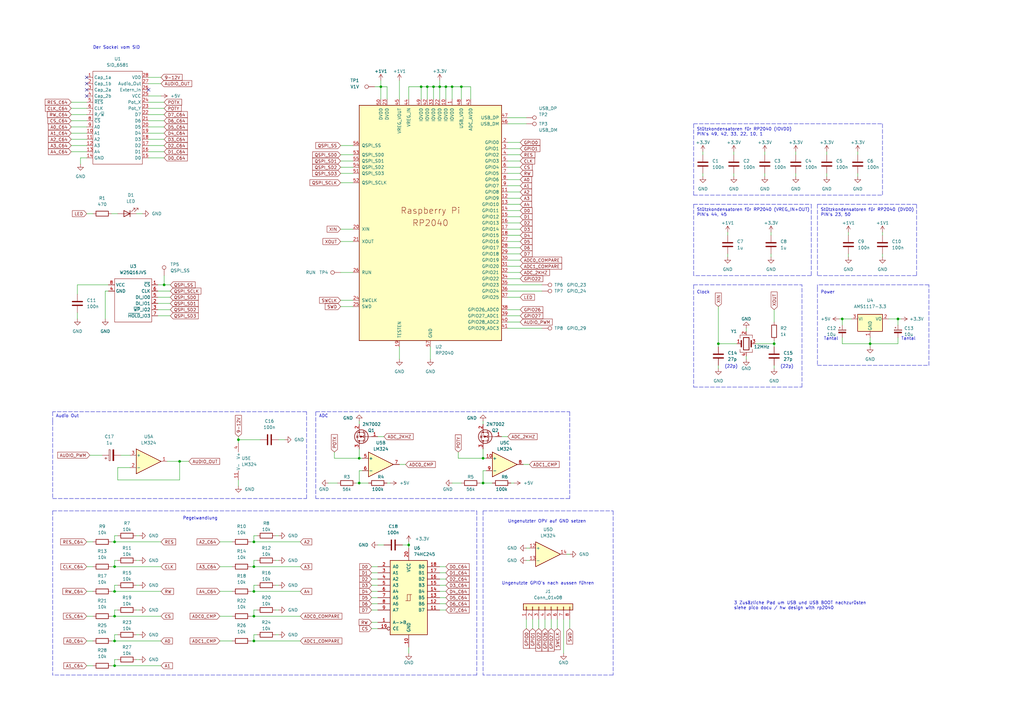
<source format=kicad_sch>
(kicad_sch (version 20211123) (generator eeschema)
  (paper "A3")
  (title_block (title "ThePicoSID") (date "2024-02-20") (rev "2.0") (company "Thorsten Kattanek"))
  (junction (at 198.12 198.12))
  (junction (at 46.99 232.41))
  (junction (at 104.14 252.73))
  (junction (at 97.79 180.34))
  (junction (at 345.44 130.81))
  (junction (at 177.8 35.56))
  (junction (at 46.99 222.25))
  (junction (at 294.64 140.97))
  (junction (at 175.26 35.56))
  (junction (at 67.31 116.84))
  (junction (at 46.99 273.05))
  (junction (at 46.99 252.73))
  (junction (at 156.21 35.56))
  (junction (at 73.66 189.23))
  (junction (at 104.14 242.57))
  (junction (at 104.14 222.25))
  (junction (at 147.32 187.96))
  (junction (at 198.12 187.96))
  (junction (at 104.14 232.41))
  (junction (at 185.42 35.56))
  (junction (at 317.5 140.97))
  (junction (at 46.99 242.57))
  (junction (at 180.34 35.56))
  (junction (at 182.88 35.56))
  (junction (at 46.99 262.89))
  (junction (at 368.3 130.81))
  (junction (at 167.64 223.52))
  (junction (at 104.14 262.89))
  (junction (at 189.23 35.56))
  (junction (at 356.87 140.97))
  (junction (at 147.32 198.12))
  (junction (at 172.72 35.56))
  (no_connect (at 35.56 34.29))
  (no_connect (at 60.96 36.83))
  (no_connect (at 35.56 36.83))
  (no_connect (at 35.56 39.37))
  (no_connect (at 35.56 31.75))
  (wire (pts (xy 208.28 71.12) (xy 213.36 71.12)))
  (wire (pts (xy 361.95 95.25) (xy 361.95 96.52)))
  (wire (pts (xy 208.28 106.68) (xy 213.36 106.68)))
  (polyline (pts (xy 328.93 158.75) (xy 328.93 116.84)))
  (polyline (pts (xy 125.73 204.47) (xy 125.73 168.91)))
  (wire (pts (xy 317.5 140.97) (xy 317.5 139.7)))
  (polyline (pts (xy 284.48 50.8) (xy 361.95 50.8)))
  (wire (pts (xy 208.28 58.42) (xy 213.36 58.42)))
  (wire (pts (xy 361.95 104.14) (xy 361.95 105.41)))
  (wire (pts (xy 48.26 260.35) (xy 46.99 260.35)))
  (wire (pts (xy 208.28 132.08) (xy 213.36 132.08)))
  (wire (pts (xy 46.99 270.51) (xy 46.99 273.05)))
  (wire (pts (xy 104.14 250.19) (xy 104.14 252.73)))
  (wire (pts (xy 113.03 240.03) (xy 114.3 240.03)))
  (wire (pts (xy 105.41 219.71) (xy 104.14 219.71)))
  (wire (pts (xy 152.4 255.27) (xy 154.94 255.27)))
  (wire (pts (xy 344.17 130.81) (xy 345.44 130.81)))
  (wire (pts (xy 300.99 71.12) (xy 300.99 72.39)))
  (wire (pts (xy 198.12 193.04) (xy 198.12 198.12)))
  (polyline (pts (xy 284.48 158.75) (xy 328.93 158.75)))
  (wire (pts (xy 208.28 114.3) (xy 213.36 114.3)))
  (wire (pts (xy 104.14 240.03) (xy 104.14 242.57)))
  (wire (pts (xy 48.26 250.19) (xy 46.99 250.19)))
  (wire (pts (xy 180.34 240.03) (xy 182.88 240.03)))
  (wire (pts (xy 36.83 186.69) (xy 41.91 186.69)))
  (wire (pts (xy 306.07 146.05) (xy 306.07 147.32)))
  (wire (pts (xy 45.72 252.73) (xy 46.99 252.73)))
  (polyline (pts (xy 332.74 83.82) (xy 332.74 113.03)))
  (polyline (pts (xy 284.48 116.84) (xy 328.93 116.84)))
  (wire (pts (xy 356.87 140.97) (xy 368.3 140.97)))
  (wire (pts (xy 180.34 247.65) (xy 182.88 247.65)))
  (wire (pts (xy 189.23 35.56) (xy 189.23 40.64)))
  (wire (pts (xy 31.75 128.27) (xy 31.75 130.81)))
  (wire (pts (xy 60.96 54.61) (xy 67.31 54.61)))
  (wire (pts (xy 105.41 250.19) (xy 104.14 250.19)))
  (wire (pts (xy 208.28 109.22) (xy 213.36 109.22)))
  (wire (pts (xy 223.52 254) (xy 223.52 257.81)))
  (wire (pts (xy 60.96 34.29) (xy 66.04 34.29)))
  (polyline (pts (xy 381 149.86) (xy 381 116.84)))
  (wire (pts (xy 208.28 129.54) (xy 213.36 129.54)))
  (wire (pts (xy 48.26 191.77) (xy 53.34 191.77)))
  (polyline (pts (xy 335.28 116.84) (xy 335.28 118.11)))
  (wire (pts (xy 298.45 104.14) (xy 298.45 105.41)))
  (wire (pts (xy 134.62 198.12) (xy 138.43 198.12)))
  (wire (pts (xy 209.55 198.12) (xy 210.82 198.12)))
  (wire (pts (xy 29.21 44.45) (xy 35.56 44.45)))
  (polyline (pts (xy 381 116.84) (xy 335.28 116.84)))
  (wire (pts (xy 208.28 91.44) (xy 213.36 91.44)))
  (wire (pts (xy 231.14 254) (xy 231.14 267.97)))
  (wire (pts (xy 46.99 250.19) (xy 46.99 252.73)))
  (wire (pts (xy 163.83 142.24) (xy 163.83 147.32)))
  (wire (pts (xy 154.94 179.07) (xy 157.48 179.07)))
  (wire (pts (xy 232.41 227.33) (xy 233.68 227.33)))
  (wire (pts (xy 152.4 245.11) (xy 154.94 245.11)))
  (wire (pts (xy 345.44 140.97) (xy 356.87 140.97)))
  (wire (pts (xy 43.18 119.38) (xy 43.18 130.81)))
  (wire (pts (xy 215.9 229.87) (xy 217.17 229.87)))
  (wire (pts (xy 46.99 252.73) (xy 66.04 252.73)))
  (polyline (pts (xy 21.59 172.72) (xy 21.59 204.47)))
  (wire (pts (xy 316.23 95.25) (xy 316.23 96.52)))
  (wire (pts (xy 73.66 189.23) (xy 73.66 196.85)))
  (wire (pts (xy 139.7 125.73) (xy 144.78 125.73)))
  (wire (pts (xy 152.4 257.81) (xy 154.94 257.81)))
  (wire (pts (xy 187.96 187.96) (xy 198.12 187.96)))
  (wire (pts (xy 196.85 198.12) (xy 198.12 198.12)))
  (wire (pts (xy 313.69 71.12) (xy 313.69 72.39)))
  (wire (pts (xy 113.03 260.35) (xy 114.3 260.35)))
  (polyline (pts (xy 233.68 168.91) (xy 233.68 204.47)))
  (wire (pts (xy 45.72 232.41) (xy 46.99 232.41)))
  (wire (pts (xy 35.56 64.77) (xy 33.02 64.77)))
  (wire (pts (xy 73.66 196.85) (xy 48.26 196.85)))
  (wire (pts (xy 165.1 223.52) (xy 167.64 223.52)))
  (wire (pts (xy 48.26 270.51) (xy 46.99 270.51)))
  (wire (pts (xy 67.31 113.03) (xy 67.31 116.84)))
  (wire (pts (xy 45.72 262.89) (xy 46.99 262.89)))
  (wire (pts (xy 68.58 189.23) (xy 73.66 189.23)))
  (wire (pts (xy 48.26 229.87) (xy 46.99 229.87)))
  (wire (pts (xy 104.14 222.25) (xy 123.19 222.25)))
  (wire (pts (xy 90.17 262.89) (xy 95.25 262.89)))
  (wire (pts (xy 29.21 57.15) (xy 35.56 57.15)))
  (polyline (pts (xy 125.73 168.91) (xy 21.59 168.91)))
  (wire (pts (xy 175.26 35.56) (xy 172.72 35.56)))
  (wire (pts (xy 139.7 59.69) (xy 144.78 59.69)))
  (wire (pts (xy 35.56 222.25) (xy 38.1 222.25)))
  (wire (pts (xy 152.4 247.65) (xy 154.94 247.65)))
  (wire (pts (xy 29.21 52.07) (xy 35.56 52.07)))
  (wire (pts (xy 208.28 88.9) (xy 213.36 88.9)))
  (wire (pts (xy 208.28 116.84) (xy 222.25 116.84)))
  (wire (pts (xy 44.45 119.38) (xy 43.18 119.38)))
  (wire (pts (xy 180.34 250.19) (xy 182.88 250.19)))
  (wire (pts (xy 185.42 35.56) (xy 189.23 35.56)))
  (wire (pts (xy 175.26 35.56) (xy 175.26 40.64)))
  (wire (pts (xy 345.44 130.81) (xy 349.25 130.81)))
  (wire (pts (xy 208.28 134.62) (xy 222.25 134.62)))
  (wire (pts (xy 208.28 93.98) (xy 213.36 93.98)))
  (wire (pts (xy 35.56 87.63) (xy 38.1 87.63)))
  (wire (pts (xy 345.44 138.43) (xy 345.44 140.97)))
  (wire (pts (xy 147.32 184.15) (xy 147.32 187.96)))
  (wire (pts (xy 45.72 222.25) (xy 46.99 222.25)))
  (wire (pts (xy 147.32 187.96) (xy 148.59 187.96)))
  (wire (pts (xy 45.72 273.05) (xy 46.99 273.05)))
  (wire (pts (xy 339.09 62.23) (xy 339.09 63.5)))
  (wire (pts (xy 309.88 140.97) (xy 317.5 140.97)))
  (wire (pts (xy 154.94 223.52) (xy 157.48 223.52)))
  (wire (pts (xy 97.79 179.07) (xy 97.79 180.34)))
  (wire (pts (xy 158.75 35.56) (xy 156.21 35.56)))
  (wire (pts (xy 147.32 173.99) (xy 147.32 172.72)))
  (wire (pts (xy 114.3 180.34) (xy 116.84 180.34)))
  (wire (pts (xy 60.96 57.15) (xy 67.31 57.15)))
  (wire (pts (xy 97.79 180.34) (xy 97.79 181.61)))
  (polyline (pts (xy 361.95 50.8) (xy 361.95 80.01)))
  (wire (pts (xy 46.99 273.05) (xy 66.04 273.05)))
  (wire (pts (xy 60.96 41.91) (xy 67.31 41.91)))
  (wire (pts (xy 45.72 242.57) (xy 46.99 242.57)))
  (wire (pts (xy 29.21 62.23) (xy 35.56 62.23)))
  (wire (pts (xy 317.5 140.97) (xy 317.5 142.24)))
  (wire (pts (xy 146.05 198.12) (xy 147.32 198.12)))
  (wire (pts (xy 60.96 49.53) (xy 67.31 49.53)))
  (wire (pts (xy 368.3 130.81) (xy 369.57 130.81)))
  (wire (pts (xy 185.42 40.64) (xy 185.42 35.56)))
  (wire (pts (xy 90.17 252.73) (xy 95.25 252.73)))
  (wire (pts (xy 208.28 50.8) (xy 215.9 50.8)))
  (wire (pts (xy 46.99 242.57) (xy 66.04 242.57)))
  (wire (pts (xy 102.87 262.89) (xy 104.14 262.89)))
  (wire (pts (xy 60.96 64.77) (xy 67.31 64.77)))
  (wire (pts (xy 317.5 149.86) (xy 317.5 151.13)))
  (polyline (pts (xy 251.46 276.86) (xy 198.12 276.86)))
  (wire (pts (xy 218.44 254) (xy 218.44 257.81)))
  (wire (pts (xy 180.34 35.56) (xy 177.8 35.56)))
  (wire (pts (xy 105.41 229.87) (xy 104.14 229.87)))
  (wire (pts (xy 167.64 35.56) (xy 167.64 40.64)))
  (wire (pts (xy 356.87 140.97) (xy 356.87 142.24)))
  (wire (pts (xy 29.21 49.53) (xy 35.56 49.53)))
  (wire (pts (xy 102.87 242.57) (xy 104.14 242.57)))
  (wire (pts (xy 152.4 250.19) (xy 154.94 250.19)))
  (wire (pts (xy 137.16 187.96) (xy 147.32 187.96)))
  (wire (pts (xy 29.21 54.61) (xy 35.56 54.61)))
  (wire (pts (xy 187.96 185.42) (xy 187.96 187.96)))
  (wire (pts (xy 180.34 33.02) (xy 180.34 35.56)))
  (wire (pts (xy 148.59 193.04) (xy 147.32 193.04)))
  (wire (pts (xy 167.64 222.25) (xy 167.64 223.52)))
  (wire (pts (xy 35.56 252.73) (xy 38.1 252.73)))
  (wire (pts (xy 90.17 232.41) (xy 95.25 232.41)))
  (wire (pts (xy 139.7 74.93) (xy 144.78 74.93)))
  (wire (pts (xy 326.39 71.12) (xy 326.39 72.39)))
  (wire (pts (xy 306.07 134.62) (xy 306.07 135.89)))
  (wire (pts (xy 139.7 68.58) (xy 144.78 68.58)))
  (wire (pts (xy 55.88 219.71) (xy 57.15 219.71)))
  (polyline (pts (xy 233.68 204.47) (xy 129.54 204.47)))
  (wire (pts (xy 35.56 242.57) (xy 38.1 242.57)))
  (polyline (pts (xy 284.48 80.01) (xy 361.95 80.01)))
  (wire (pts (xy 137.16 185.42) (xy 137.16 187.96)))
  (wire (pts (xy 49.53 186.69) (xy 53.34 186.69)))
  (polyline (pts (xy 375.92 83.82) (xy 375.92 113.03)))
  (wire (pts (xy 104.14 262.89) (xy 123.19 262.89)))
  (wire (pts (xy 64.77 124.46) (xy 69.85 124.46)))
  (polyline (pts (xy 198.12 209.55) (xy 198.12 276.86)))
  (wire (pts (xy 228.6 254) (xy 228.6 257.81)))
  (wire (pts (xy 294.64 140.97) (xy 302.26 140.97)))
  (wire (pts (xy 317.5 127) (xy 317.5 132.08)))
  (wire (pts (xy 167.64 265.43) (xy 167.64 267.97)))
  (wire (pts (xy 193.04 35.56) (xy 193.04 40.64)))
  (wire (pts (xy 139.7 63.5) (xy 144.78 63.5)))
  (wire (pts (xy 172.72 35.56) (xy 172.72 40.64)))
  (wire (pts (xy 139.7 123.19) (xy 144.78 123.19)))
  (wire (pts (xy 294.64 140.97) (xy 294.64 142.24)))
  (polyline (pts (xy 284.48 83.82) (xy 332.74 83.82)))
  (wire (pts (xy 60.96 44.45) (xy 67.31 44.45)))
  (wire (pts (xy 35.56 232.41) (xy 38.1 232.41)))
  (wire (pts (xy 298.45 95.25) (xy 298.45 96.52)))
  (wire (pts (xy 208.28 76.2) (xy 213.36 76.2)))
  (wire (pts (xy 29.21 59.69) (xy 35.56 59.69)))
  (wire (pts (xy 55.88 229.87) (xy 57.15 229.87)))
  (wire (pts (xy 180.34 35.56) (xy 180.34 40.64)))
  (wire (pts (xy 208.28 78.74) (xy 213.36 78.74)))
  (wire (pts (xy 294.64 125.73) (xy 294.64 140.97)))
  (wire (pts (xy 208.28 127) (xy 213.36 127)))
  (wire (pts (xy 208.28 119.38) (xy 222.25 119.38)))
  (wire (pts (xy 104.14 242.57) (xy 123.19 242.57)))
  (wire (pts (xy 29.21 46.99) (xy 35.56 46.99)))
  (polyline (pts (xy 284.48 116.84) (xy 284.48 158.75)))
  (wire (pts (xy 139.7 93.98) (xy 144.78 93.98)))
  (wire (pts (xy 182.88 35.56) (xy 182.88 40.64)))
  (wire (pts (xy 300.99 62.23) (xy 300.99 63.5)))
  (wire (pts (xy 368.3 130.81) (xy 368.3 133.35)))
  (wire (pts (xy 60.96 59.69) (xy 67.31 59.69)))
  (wire (pts (xy 185.42 35.56) (xy 182.88 35.56)))
  (wire (pts (xy 326.39 62.23) (xy 326.39 63.5)))
  (wire (pts (xy 60.96 62.23) (xy 67.31 62.23)))
  (wire (pts (xy 46.99 219.71) (xy 46.99 222.25)))
  (wire (pts (xy 60.96 52.07) (xy 67.31 52.07)))
  (wire (pts (xy 64.77 119.38) (xy 69.85 119.38)))
  (wire (pts (xy 33.02 64.77) (xy 33.02 67.31)))
  (wire (pts (xy 60.96 31.75) (xy 66.04 31.75)))
  (wire (pts (xy 347.98 104.14) (xy 347.98 105.41)))
  (wire (pts (xy 104.14 219.71) (xy 104.14 222.25)))
  (wire (pts (xy 198.12 187.96) (xy 199.39 187.96)))
  (wire (pts (xy 46.99 229.87) (xy 46.99 232.41)))
  (wire (pts (xy 152.4 234.95) (xy 154.94 234.95)))
  (wire (pts (xy 208.28 81.28) (xy 213.36 81.28)))
  (wire (pts (xy 351.79 71.12) (xy 351.79 72.39)))
  (wire (pts (xy 180.34 232.41) (xy 182.88 232.41)))
  (wire (pts (xy 208.28 60.96) (xy 213.36 60.96)))
  (polyline (pts (xy 21.59 209.55) (xy 195.58 209.55)))
  (wire (pts (xy 152.4 242.57) (xy 154.94 242.57)))
  (wire (pts (xy 104.14 229.87) (xy 104.14 232.41)))
  (wire (pts (xy 46.99 260.35) (xy 46.99 262.89)))
  (wire (pts (xy 153.67 35.56) (xy 156.21 35.56)))
  (wire (pts (xy 102.87 222.25) (xy 104.14 222.25)))
  (wire (pts (xy 351.79 62.23) (xy 351.79 63.5)))
  (polyline (pts (xy 332.74 113.03) (xy 284.48 113.03)))
  (wire (pts (xy 139.7 99.06) (xy 144.78 99.06)))
  (polyline (pts (xy 335.28 149.86) (xy 381 149.86)))
  (wire (pts (xy 339.09 71.12) (xy 339.09 72.39)))
  (polyline (pts (xy 335.28 83.82) (xy 375.92 83.82)))
  (wire (pts (xy 198.12 173.99) (xy 198.12 172.72)))
  (polyline (pts (xy 375.92 113.03) (xy 335.28 113.03)))
  (wire (pts (xy 208.28 96.52) (xy 213.36 96.52)))
  (polyline (pts (xy 21.59 204.47) (xy 125.73 204.47)))
  (wire (pts (xy 208.28 86.36) (xy 213.36 86.36)))
  (wire (pts (xy 208.28 104.14) (xy 213.36 104.14)))
  (wire (pts (xy 55.88 250.19) (xy 57.15 250.19)))
  (wire (pts (xy 208.28 73.66) (xy 213.36 73.66)))
  (wire (pts (xy 139.7 66.04) (xy 144.78 66.04)))
  (wire (pts (xy 156.21 33.02) (xy 156.21 35.56)))
  (polyline (pts (xy 335.28 83.82) (xy 335.28 113.03)))
  (wire (pts (xy 233.68 254) (xy 233.68 257.81)))
  (polyline (pts (xy 129.54 168.91) (xy 129.54 204.47)))
  (wire (pts (xy 46.99 240.03) (xy 46.99 242.57)))
  (wire (pts (xy 208.28 121.92) (xy 213.36 121.92)))
  (wire (pts (xy 199.39 193.04) (xy 198.12 193.04)))
  (wire (pts (xy 176.53 142.24) (xy 176.53 147.32)))
  (polyline (pts (xy 335.28 118.11) (xy 335.28 149.86)))
  (wire (pts (xy 208.28 48.26) (xy 215.9 48.26)))
  (wire (pts (xy 364.49 130.81) (xy 368.3 130.81)))
  (wire (pts (xy 113.03 219.71) (xy 114.3 219.71)))
  (wire (pts (xy 163.83 33.02) (xy 163.83 40.64)))
  (wire (pts (xy 113.03 229.87) (xy 114.3 229.87)))
  (wire (pts (xy 198.12 198.12) (xy 201.93 198.12)))
  (wire (pts (xy 90.17 242.57) (xy 95.25 242.57)))
  (polyline (pts (xy 284.48 80.01) (xy 284.48 50.8)))
  (wire (pts (xy 139.7 111.76) (xy 144.78 111.76)))
  (wire (pts (xy 64.77 127) (xy 69.85 127)))
  (wire (pts (xy 147.32 193.04) (xy 147.32 198.12)))
  (polyline (pts (xy 284.48 83.82) (xy 284.48 113.03)))
  (polyline (pts (xy 251.46 209.55) (xy 251.46 276.86)))
  (wire (pts (xy 180.34 234.95) (xy 182.88 234.95)))
  (wire (pts (xy 152.4 232.41) (xy 154.94 232.41)))
  (wire (pts (xy 73.66 189.23) (xy 77.47 189.23)))
  (wire (pts (xy 368.3 140.97) (xy 368.3 138.43)))
  (wire (pts (xy 215.9 254) (xy 215.9 257.81)))
  (wire (pts (xy 345.44 130.81) (xy 345.44 133.35)))
  (wire (pts (xy 102.87 232.41) (xy 104.14 232.41)))
  (wire (pts (xy 226.06 254) (xy 226.06 257.81)))
  (wire (pts (xy 102.87 252.73) (xy 104.14 252.73)))
  (wire (pts (xy 48.26 196.85) (xy 48.26 191.77)))
  (wire (pts (xy 215.9 224.79) (xy 217.17 224.79)))
  (wire (pts (xy 90.17 222.25) (xy 95.25 222.25)))
  (wire (pts (xy 180.34 242.57) (xy 182.88 242.57)))
  (wire (pts (xy 31.75 116.84) (xy 31.75 120.65)))
  (wire (pts (xy 172.72 35.56) (xy 167.64 35.56)))
  (wire (pts (xy 55.88 270.51) (xy 57.15 270.51)))
  (wire (pts (xy 214.63 190.5) (xy 217.17 190.5)))
  (wire (pts (xy 55.88 260.35) (xy 57.15 260.35)))
  (wire (pts (xy 113.03 250.19) (xy 114.3 250.19)))
  (wire (pts (xy 97.79 196.85) (xy 97.79 199.39)))
  (wire (pts (xy 208.28 101.6) (xy 213.36 101.6)))
  (wire (pts (xy 104.14 252.73) (xy 123.19 252.73)))
  (wire (pts (xy 180.34 245.11) (xy 182.88 245.11)))
  (wire (pts (xy 105.41 260.35) (xy 104.14 260.35)))
  (wire (pts (xy 29.21 41.91) (xy 35.56 41.91)))
  (wire (pts (xy 347.98 95.25) (xy 347.98 96.52)))
  (wire (pts (xy 104.14 232.41) (xy 123.19 232.41)))
  (wire (pts (xy 177.8 35.56) (xy 177.8 40.64)))
  (wire (pts (xy 44.45 116.84) (xy 31.75 116.84)))
  (wire (pts (xy 316.23 104.14) (xy 316.23 105.41)))
  (wire (pts (xy 180.34 237.49) (xy 182.88 237.49)))
  (polyline (pts (xy 129.54 168.91) (xy 233.68 168.91)))
  (wire (pts (xy 55.88 87.63) (xy 58.42 87.63)))
  (wire (pts (xy 35.56 273.05) (xy 38.1 273.05)))
  (wire (pts (xy 198.12 184.15) (xy 198.12 187.96)))
  (polyline (pts (xy 21.59 209.55) (xy 21.59 276.86)))
  (wire (pts (xy 35.56 262.89) (xy 38.1 262.89)))
  (wire (pts (xy 185.42 198.12) (xy 189.23 198.12)))
  (wire (pts (xy 147.32 198.12) (xy 151.13 198.12)))
  (wire (pts (xy 158.75 35.56) (xy 158.75 40.64)))
  (wire (pts (xy 177.8 35.56) (xy 175.26 35.56)))
  (wire (pts (xy 60.96 46.99) (xy 67.31 46.99)))
  (wire (pts (xy 205.74 179.07) (xy 208.28 179.07)))
  (wire (pts (xy 105.41 240.03) (xy 104.14 240.03)))
  (wire (pts (xy 48.26 219.71) (xy 46.99 219.71)))
  (wire (pts (xy 152.4 240.03) (xy 154.94 240.03)))
  (wire (pts (xy 163.83 190.5) (xy 166.37 190.5)))
  (wire (pts (xy 97.79 180.34) (xy 106.68 180.34)))
  (wire (pts (xy 208.28 99.06) (xy 213.36 99.06)))
  (wire (pts (xy 167.64 223.52) (xy 167.64 224.79)))
  (wire (pts (xy 152.4 237.49) (xy 154.94 237.49)))
  (wire (pts (xy 156.21 35.56) (xy 156.21 40.64)))
  (polyline (pts (xy 195.58 276.86) (xy 21.59 276.86)))
  (polyline (pts (xy 21.59 168.91) (xy 21.59 172.72)))
  (wire (pts (xy 356.87 138.43) (xy 356.87 140.97)))
  (wire (pts (xy 104.14 260.35) (xy 104.14 262.89)))
  (wire (pts (xy 288.29 62.23) (xy 288.29 63.5)))
  (wire (pts (xy 208.28 68.58) (xy 213.36 68.58)))
  (wire (pts (xy 45.72 87.63) (xy 48.26 87.63)))
  (wire (pts (xy 208.28 83.82) (xy 213.36 83.82)))
  (wire (pts (xy 60.96 39.37) (xy 66.04 39.37)))
  (polyline (pts (xy 198.12 209.55) (xy 251.46 209.55)))
  (wire (pts (xy 64.77 129.54) (xy 69.85 129.54)))
  (wire (pts (xy 64.77 121.92) (xy 69.85 121.92)))
  (polyline (pts (xy 195.58 209.55) (xy 195.58 276.86)))
  (wire (pts (xy 139.7 71.12) (xy 144.78 71.12)))
  (wire (pts (xy 48.26 240.03) (xy 46.99 240.03)))
  (wire (pts (xy 46.99 262.89) (xy 66.04 262.89)))
  (wire (pts (xy 64.77 116.84) (xy 67.31 116.84)))
  (wire (pts (xy 208.28 111.76) (xy 213.36 111.76)))
  (wire (pts (xy 182.88 35.56) (xy 180.34 35.56)))
  (wire (pts (xy 220.98 254) (xy 220.98 257.81)))
  (wire (pts (xy 67.31 116.84) (xy 69.85 116.84)))
  (wire (pts (xy 313.69 62.23) (xy 313.69 63.5)))
  (wire (pts (xy 288.29 71.12) (xy 288.29 72.39)))
  (wire (pts (xy 158.75 198.12) (xy 160.02 198.12)))
  (wire (pts (xy 208.28 66.04) (xy 213.36 66.04)))
  (wire (pts (xy 46.99 232.41) (xy 66.04 232.41)))
  (wire (pts (xy 189.23 35.56) (xy 193.04 35.56)))
  (wire (pts (xy 55.88 240.03) (xy 57.15 240.03)))
  (wire (pts (xy 294.64 149.86) (xy 294.64 151.13)))
  (wire (pts (xy 208.28 63.5) (xy 213.36 63.5)))
  (wire (pts (xy 46.99 222.25) (xy 66.04 222.25)))
  (text "Ungenutzter OPV auf GND setzen" (at 208.28 214.63 0) (effects (font (size 1.27 1.27)) (justify left bottom)))
  (text "Stützkondensatoren für RP2040 (DVDD)\nPIN's 23, 50" (at 336.55 88.9 0) (effects (font (size 1.27 1.27)) (justify left bottom)))
  (text "(22p)" (at 297.18 151.13 0) (effects (font (size 1.27 1.27)) (justify left bottom)))
  (text "Tantal" (at 369.57 139.7 0) (effects (font (size 1.27 1.27)) (justify left bottom)))
  (text "Der Sockel vom SID" (at 38.1 20.32 0) (effects (font (size 1.27 1.27)) (justify left bottom)))
  (text "Clock" (at 285.75 120.65 0) (effects (font (size 1.27 1.27)) (justify left bottom)))
  (text "Audio Out" (at 22.86 171.45 0) (effects (font (size 1.27 1.27)) (justify left bottom)))
  (text "(22p)" (at 320.04 151.13 0) (effects (font (size 1.27 1.27)) (justify left bottom)))
  (text "Tantal" (at 337.82 139.7 0) (effects (font (size 1.27 1.27)) (justify left bottom)))
  (text "Power" (at 336.55 120.65 0) (effects (font (size 1.27 1.27)) (justify left bottom)))
  (text "Stützkondensatoren für RP2040 (VREG_IN+OUT)\nPIN's 44, 45" (at 285.75 88.9 0) (effects (font (size 1.27 1.27)) (justify left bottom)))
  (text "Pegelwandlung" (at 74.93 213.36 0) (effects (font (size 1.27 1.27)) (justify left bottom)))
  (text "Stützkondensatoren für RP2040 (IOVDD)\nPIN's 49, 42, 33, 22, 10, 1" (at 285.75 55.88 0) (effects (font (size 1.27 1.27)) (justify left bottom)))
  (text "3 Zusäzliche Pad um USB und USB BOOT nachzurüsten\nsiehe pico docu / hw design with rp2040" (at 300.99 250.19 0) (effects (font (size 1.27 1.27)) (justify left bottom)))
  (text "Ungenutzte GPIO's nach aussen führen" (at 205.74 240.03 0) (effects (font (size 1.27 1.27)) (justify left bottom)))
  (text "ADC" (at 130.81 171.45 0) (effects (font (size 1.27 1.27)) (justify left bottom)))
  (global_label "AUDIO_PWM" (shape input) (at 213.36 132.08 0) (property "Referenzen zwischen Schaltplänen" "${INTERSHEET_REFS}" (effects hide)))
  (global_label "CS_C64" (shape input) (at 29.21 49.53 180) (property "Referenzen zwischen Schaltplänen" "${INTERSHEET_REFS}" (effects hide)))
  (global_label "ADC_2KHZ" (shape input) (at 213.36 111.76 0) (property "Referenzen zwischen Schaltplänen" "${INTERSHEET_REFS}" (effects hide)))
  (global_label "A3" (shape input) (at 123.19 232.41 0) (property "Referenzen zwischen Schaltplänen" "${INTERSHEET_REFS}" (effects hide)))
  (global_label "A2_C64" (shape input) (at 90.17 222.25 180) (property "Referenzen zwischen Schaltplänen" "${INTERSHEET_REFS}" (effects hide)))
  (global_label "QSPI_SD2" (shape input) (at 139.7 68.58 180) (property "Referenzen zwischen Schaltplänen" "${INTERSHEET_REFS}" (effects hide)))
  (global_label "ADC1_COMPARE" (shape input) (at 213.36 109.22 0) (property "Referenzen zwischen Schaltplänen" "${INTERSHEET_REFS}" (effects hide)))
  (global_label "QSPI_SS" (shape input) (at 69.85 116.84 0) (property "Referenzen zwischen Schaltplänen" "${INTERSHEET_REFS}" (effects hide)))
  (global_label "ADC1_COMPARE" (shape input) (at 123.19 262.89 0) (property "Referenzen zwischen Schaltplänen" "${INTERSHEET_REFS}" (effects hide)))
  (global_label "D5" (shape input) (at 213.36 99.06 0) (property "Referenzen zwischen Schaltplänen" "${INTERSHEET_REFS}" (effects hide)))
  (global_label "A0" (shape input) (at 213.36 73.66 0) (property "Referenzen zwischen Schaltplänen" "${INTERSHEET_REFS}" (effects hide)))
  (global_label "RW_C64" (shape input) (at 29.21 46.99 180) (property "Referenzen zwischen Schaltplänen" "${INTERSHEET_REFS}" (effects hide)))
  (global_label "D0_C64" (shape input) (at 67.31 64.77 0) (property "Referenzen zwischen Schaltplänen" "${INTERSHEET_REFS}" (effects hide)))
  (global_label "POTX" (shape input) (at 67.31 41.91 0) (property "Referenzen zwischen Schaltplänen" "${INTERSHEET_REFS}" (effects hide)))
  (global_label "D7" (shape input) (at 152.4 250.19 180) (property "Referenzen zwischen Schaltplänen" "${INTERSHEET_REFS}" (effects hide)))
  (global_label "D7_C64" (shape input) (at 182.88 250.19 0) (property "Referenzen zwischen Schaltplänen" "${INTERSHEET_REFS}" (effects hide)))
  (global_label "AUDIO_PWM" (shape input) (at 36.83 186.69 180) (property "Referenzen zwischen Schaltplänen" "${INTERSHEET_REFS}" (effects hide)))
  (global_label "QSPI_SCLK" (shape input) (at 69.85 119.38 0) (property "Referenzen zwischen Schaltplänen" "${INTERSHEET_REFS}" (effects hide)))
  (global_label "XIN" (shape input) (at 294.64 125.73 90) (property "Referenzen zwischen Schaltplänen" "${INTERSHEET_REFS}" (effects hide)))
  (global_label "A4" (shape input) (at 123.19 242.57 0) (property "Referenzen zwischen Schaltplänen" "${INTERSHEET_REFS}" (effects hide)))
  (global_label "GPIO1" (shape input) (at 218.44 257.81 270) (property "Referenzen zwischen Schaltplänen" "${INTERSHEET_REFS}" (effects hide)))
  (global_label "QSPI_SD3" (shape input) (at 69.85 129.54 0) (property "Referenzen zwischen Schaltplänen" "${INTERSHEET_REFS}" (effects hide)))
  (global_label "CS" (shape input) (at 213.36 68.58 0) (property "Referenzen zwischen Schaltplänen" "${INTERSHEET_REFS}" (effects hide)))
  (global_label "AUDIO_OUT" (shape input) (at 66.04 34.29 0) (property "Referenzen zwischen Schaltplänen" "${INTERSHEET_REFS}" (effects hide)))
  (global_label "A0_C64" (shape input) (at 29.21 52.07 180) (property "Referenzen zwischen Schaltplänen" "${INTERSHEET_REFS}" (effects hide)))
  (global_label "CLK_C64" (shape input) (at 29.21 44.45 180) (property "Referenzen zwischen Schaltplänen" "${INTERSHEET_REFS}" (effects hide)))
  (global_label "QSPI_SD2" (shape input) (at 69.85 127 0) (property "Referenzen zwischen Schaltplänen" "${INTERSHEET_REFS}" (effects hide)))
  (global_label "A2" (shape input) (at 123.19 222.25 0) (property "Referenzen zwischen Schaltplänen" "${INTERSHEET_REFS}" (effects hide)))
  (global_label "ADC_2KHZ" (shape input) (at 208.28 179.07 0) (property "Referenzen zwischen Schaltplänen" "${INTERSHEET_REFS}" (effects hide)))
  (global_label "ADC0_COMPARE" (shape input) (at 213.36 106.68 0) (property "Referenzen zwischen Schaltplänen" "${INTERSHEET_REFS}" (effects hide)))
  (global_label "A1" (shape input) (at 213.36 76.2 0) (property "Referenzen zwischen Schaltplänen" "${INTERSHEET_REFS}" (effects hide)))
  (global_label "RW_C64" (shape input) (at 35.56 242.57 180) (property "Referenzen zwischen Schaltplänen" "${INTERSHEET_REFS}" (effects hide)))
  (global_label "CLK_C64" (shape input) (at 35.56 232.41 180) (property "Referenzen zwischen Schaltplänen" "${INTERSHEET_REFS}" (effects hide)))
  (global_label "D6" (shape input) (at 152.4 247.65 180) (property "Referenzen zwischen Schaltplänen" "${INTERSHEET_REFS}" (effects hide)))
  (global_label "D1_C64" (shape input) (at 67.31 62.23 0) (property "Referenzen zwischen Schaltplänen" "${INTERSHEET_REFS}" (effects hide)))
  (global_label "ADC_2KHZ" (shape input) (at 157.48 179.07 0) (property "Referenzen zwischen Schaltplänen" "${INTERSHEET_REFS}" (effects hide)))
  (global_label "D0" (shape input) (at 213.36 86.36 0) (property "Referenzen zwischen Schaltplänen" "${INTERSHEET_REFS}" (effects hide)))
  (global_label "A4" (shape input) (at 213.36 83.82 0) (property "Referenzen zwischen Schaltplänen" "${INTERSHEET_REFS}" (effects hide)))
  (global_label "D6_C64" (shape input) (at 182.88 247.65 0) (property "Referenzen zwischen Schaltplänen" "${INTERSHEET_REFS}" (effects hide)))
  (global_label "QSPI_SD0" (shape input) (at 69.85 121.92 0) (property "Referenzen zwischen Schaltplänen" "${INTERSHEET_REFS}" (effects hide)))
  (global_label "GPIO1" (shape input) (at 213.36 60.96 0) (property "Referenzen zwischen Schaltplänen" "${INTERSHEET_REFS}" (effects hide)))
  (global_label "SWCLK" (shape input) (at 228.6 257.81 270) (property "Referenzen zwischen Schaltplänen" "${INTERSHEET_REFS}" (effects hide)))
  (global_label "D0_C64" (shape input) (at 182.88 232.41 0) (property "Referenzen zwischen Schaltplänen" "${INTERSHEET_REFS}" (effects hide)))
  (global_label "A4_C64" (shape input) (at 29.21 62.23 180) (property "Referenzen zwischen Schaltplänen" "${INTERSHEET_REFS}" (effects hide)))
  (global_label "A1" (shape input) (at 66.04 273.05 0) (property "Referenzen zwischen Schaltplänen" "${INTERSHEET_REFS}" (effects hide)))
  (global_label "D3_C64" (shape input) (at 182.88 240.03 0) (property "Referenzen zwischen Schaltplänen" "${INTERSHEET_REFS}" (effects hide)))
  (global_label "A3" (shape input) (at 213.36 81.28 0) (property "Referenzen zwischen Schaltplänen" "${INTERSHEET_REFS}" (effects hide)))
  (global_label "D2_C64" (shape input) (at 182.88 237.49 0) (property "Referenzen zwischen Schaltplänen" "${INTERSHEET_REFS}" (effects hide)))
  (global_label "D1" (shape input) (at 152.4 234.95 180) (property "Referenzen zwischen Schaltplänen" "${INTERSHEET_REFS}" (effects hide)))
  (global_label "D0" (shape input) (at 152.4 232.41 180) (property "Referenzen zwischen Schaltplänen" "${INTERSHEET_REFS}" (effects hide)))
  (global_label "D5_C64" (shape input) (at 67.31 52.07 0) (property "Referenzen zwischen Schaltplänen" "${INTERSHEET_REFS}" (effects hide)))
  (global_label "D1_C64" (shape input) (at 182.88 234.95 0) (property "Referenzen zwischen Schaltplänen" "${INTERSHEET_REFS}" (effects hide)))
  (global_label "A1_C64" (shape input) (at 35.56 273.05 180) (property "Referenzen zwischen Schaltplänen" "${INTERSHEET_REFS}" (effects hide)))
  (global_label "CS_C64" (shape input) (at 35.56 252.73 180) (property "Referenzen zwischen Schaltplänen" "${INTERSHEET_REFS}" (effects hide)))
  (global_label "GPIO26" (shape input) (at 223.52 257.81 270) (property "Referenzen zwischen Schaltplänen" "${INTERSHEET_REFS}" (effects hide)))
  (global_label "SWD" (shape input) (at 139.7 125.73 180) (property "Referenzen zwischen Schaltplänen" "${INTERSHEET_REFS}" (effects hide)))
  (global_label "ADC0_COMPARE" (shape input) (at 123.19 252.73 0) (property "Referenzen zwischen Schaltplänen" "${INTERSHEET_REFS}" (effects hide)))
  (global_label "POTX" (shape input) (at 137.16 185.42 90) (property "Referenzen zwischen Schaltplänen" "${INTERSHEET_REFS}" (effects hide)))
  (global_label "D4" (shape input) (at 213.36 96.52 0) (property "Referenzen zwischen Schaltplänen" "${INTERSHEET_REFS}" (effects hide)))
  (global_label "GPIO22" (shape input) (at 213.36 114.3 0) (property "Referenzen zwischen Schaltplänen" "${INTERSHEET_REFS}" (effects hide)))
  (global_label "9-12V" (shape input) (at 66.04 31.75 0) (property "Referenzen zwischen Schaltplänen" "${INTERSHEET_REFS}" (effects hide)))
  (global_label "RES" (shape input) (at 66.04 222.25 0) (property "Referenzen zwischen Schaltplänen" "${INTERSHEET_REFS}" (effects hide)))
  (global_label "SWCLK" (shape input) (at 139.7 123.19 180) (property "Referenzen zwischen Schaltplänen" "${INTERSHEET_REFS}" (effects hide)))
  (global_label "D5" (shape input) (at 152.4 245.11 180) (property "Referenzen zwischen Schaltplänen" "${INTERSHEET_REFS}" (effects hide)))
  (global_label "D6_C64" (shape input) (at 67.31 49.53 0) (property "Referenzen zwischen Schaltplänen" "${INTERSHEET_REFS}" (effects hide)))
  (global_label "D7_C64" (shape input) (at 67.31 46.99 0) (property "Referenzen zwischen Schaltplänen" "${INTERSHEET_REFS}" (effects hide)))
  (global_label "AUDIO_OUT" (shape input) (at 77.47 189.23 0) (property "Referenzen zwischen Schaltplänen" "${INTERSHEET_REFS}" (effects hide)))
  (global_label "D1" (shape input) (at 213.36 88.9 0) (property "Referenzen zwischen Schaltplänen" "${INTERSHEET_REFS}" (effects hide)))
  (global_label "A0_C64" (shape input) (at 35.56 262.89 180) (property "Referenzen zwischen Schaltplänen" "${INTERSHEET_REFS}" (effects hide)))
  (global_label "QSPI_SD3" (shape input) (at 139.7 71.12 180) (property "Referenzen zwischen Schaltplänen" "${INTERSHEET_REFS}" (effects hide)))
  (global_label "GPIO27" (shape input) (at 226.06 257.81 270) (property "Referenzen zwischen Schaltplänen" "${INTERSHEET_REFS}" (effects hide)))
  (global_label "RW" (shape input) (at 213.36 71.12 0) (property "Referenzen zwischen Schaltplänen" "${INTERSHEET_REFS}" (effects hide)))
  (global_label "D3" (shape input) (at 152.4 240.03 180) (property "Referenzen zwischen Schaltplänen" "${INTERSHEET_REFS}" (effects hide)))
  (global_label "D3" (shape input) (at 213.36 93.98 0) (property "Referenzen zwischen Schaltplänen" "${INTERSHEET_REFS}" (effects hide)))
  (global_label "A3_C64" (shape input) (at 29.21 59.69 180) (property "Referenzen zwischen Schaltplänen" "${INTERSHEET_REFS}" (effects hide)))
  (global_label "XOUT" (shape input) (at 139.7 99.06 180) (property "Referenzen zwischen Schaltplänen" "${INTERSHEET_REFS}" (effects hide)))
  (global_label "D4_C64" (shape input) (at 182.88 242.57 0) (property "Referenzen zwischen Schaltplänen" "${INTERSHEET_REFS}" (effects hide)))
  (global_label "A3_C64" (shape input) (at 90.17 232.41 180) (property "Referenzen zwischen Schaltplänen" "${INTERSHEET_REFS}" (effects hide)))
  (global_label "RW" (shape input) (at 66.04 242.57 0) (property "Referenzen zwischen Schaltplänen" "${INTERSHEET_REFS}" (effects hide)))
  (global_label "RW" (shape input) (at 152.4 255.27 180) (property "Referenzen zwischen Schaltplänen" "${INTERSHEET_REFS}" (effects hide)))
  (global_label "QSPI_SS" (shape input) (at 139.7 59.69 180) (property "Referenzen zwischen Schaltplänen" "${INTERSHEET_REFS}" (effects hide)))
  (global_label "QSPI_SCLK" (shape input) (at 139.7 74.93 180) (property "Referenzen zwischen Schaltplänen" "${INTERSHEET_REFS}" (effects hide)))
  (global_label "D6" (shape input) (at 213.36 101.6 0) (property "Referenzen zwischen Schaltplänen" "${INTERSHEET_REFS}" (effects hide)))
  (global_label "XIN" (shape input) (at 139.7 93.98 180) (property "Referenzen zwischen Schaltplänen" "${INTERSHEET_REFS}" (effects hide)))
  (global_label "CS" (shape input) (at 66.04 252.73 0) (property "Referenzen zwischen Schaltplänen" "${INTERSHEET_REFS}" (effects hide)))
  (global_label "D4_C64" (shape input) (at 67.31 54.61 0) (property "Referenzen zwischen Schaltplänen" "${INTERSHEET_REFS}" (effects hide)))
  (global_label "CLK" (shape input) (at 66.04 232.41 0) (property "Referenzen zwischen Schaltplänen" "${INTERSHEET_REFS}" (effects hide)))
  (global_label "A1_C64" (shape input) (at 29.21 54.61 180) (property "Referenzen zwischen Schaltplänen" "${INTERSHEET_REFS}" (effects hide)))
  (global_label "QSPI_SD1" (shape input) (at 69.85 124.46 0) (property "Referenzen zwischen Schaltplänen" "${INTERSHEET_REFS}" (effects hide)))
  (global_label "GPIO26" (shape input) (at 213.36 127 0) (property "Referenzen zwischen Schaltplänen" "${INTERSHEET_REFS}" (effects hide)))
  (global_label "QSPI_SD0" (shape input) (at 139.7 63.5 180) (property "Referenzen zwischen Schaltplänen" "${INTERSHEET_REFS}" (effects hide)))
  (global_label "ADC1_CMP" (shape input) (at 217.17 190.5 0) (property "Referenzen zwischen Schaltplänen" "${INTERSHEET_REFS}" (effects hide)))
  (global_label "A2" (shape input) (at 213.36 78.74 0) (property "Referenzen zwischen Schaltplänen" "${INTERSHEET_REFS}" (effects hide)))
  (global_label "D7" (shape input) (at 213.36 104.14 0) (property "Referenzen zwischen Schaltplänen" "${INTERSHEET_REFS}" (effects hide)))
  (global_label "D2_C64" (shape input) (at 67.31 59.69 0) (property "Referenzen zwischen Schaltplänen" "${INTERSHEET_REFS}" (effects hide)))
  (global_label "A4_C64" (shape input) (at 90.17 242.57 180) (property "Referenzen zwischen Schaltplänen" "${INTERSHEET_REFS}" (effects hide)))
  (global_label "GPIO27" (shape input) (at 213.36 129.54 0) (property "Referenzen zwischen Schaltplänen" "${INTERSHEET_REFS}" (effects hide)))
  (global_label "GPIO0" (shape input) (at 213.36 58.42 0) (property "Referenzen zwischen Schaltplänen" "${INTERSHEET_REFS}" (effects hide)))
  (global_label "ADC1_CMP" (shape input) (at 90.17 262.89 180) (property "Referenzen zwischen Schaltplänen" "${INTERSHEET_REFS}" (effects hide)))
  (global_label "D2" (shape input) (at 152.4 237.49 180) (property "Referenzen zwischen Schaltplänen" "${INTERSHEET_REFS}" (effects hide)))
  (global_label "QSPI_SD1" (shape input) (at 139.7 66.04 180) (property "Referenzen zwischen Schaltplänen" "${INTERSHEET_REFS}" (effects hide)))
  (global_label "D3_C64" (shape input) (at 67.31 57.15 0) (property "Referenzen zwischen Schaltplänen" "${INTERSHEET_REFS}" (effects hide)))
  (global_label "ADC0_CMP" (shape input) (at 90.17 252.73 180) (property "Referenzen zwischen Schaltplänen" "${INTERSHEET_REFS}" (effects hide)))
  (global_label "CLK" (shape input) (at 213.36 66.04 0) (property "Referenzen zwischen Schaltplänen" "${INTERSHEET_REFS}" (effects hide)))
  (global_label "POTY" (shape input) (at 187.96 185.42 90) (property "Referenzen zwischen Schaltplänen" "${INTERSHEET_REFS}" (effects hide)))
  (global_label "D5_C64" (shape input) (at 182.88 245.11 0) (property "Referenzen zwischen Schaltplänen" "${INTERSHEET_REFS}" (effects hide)))
  (global_label "D2" (shape input) (at 213.36 91.44 0) (property "Referenzen zwischen Schaltplänen" "${INTERSHEET_REFS}" (effects hide)))
  (global_label "LED" (shape input) (at 213.36 121.92 0) (property "Referenzen zwischen Schaltplänen" "${INTERSHEET_REFS}" (effects hide)))
  (global_label "SWD" (shape input) (at 233.68 257.81 270) (property "Referenzen zwischen Schaltplänen" "${INTERSHEET_REFS}" (effects hide)))
  (global_label "ADC0_CMP" (shape input) (at 166.37 190.5 0) (property "Referenzen zwischen Schaltplänen" "${INTERSHEET_REFS}" (effects hide)))
  (global_label "A2_C64" (shape input) (at 29.21 57.15 180) (property "Referenzen zwischen Schaltplänen" "${INTERSHEET_REFS}" (effects hide)))
  (global_label "D4" (shape input) (at 152.4 242.57 180) (property "Referenzen zwischen Schaltplänen" "${INTERSHEET_REFS}" (effects hide)))
  (global_label "CS" (shape input) (at 152.4 257.81 180) (property "Referenzen zwischen Schaltplänen" "${INTERSHEET_REFS}" (effects hide)))
  (global_label "POTY" (shape input) (at 67.31 44.45 0) (property "Referenzen zwischen Schaltplänen" "${INTERSHEET_REFS}" (effects hide)))
  (global_label "XOUT" (shape input) (at 317.5 127 90) (property "Referenzen zwischen Schaltplänen" "${INTERSHEET_REFS}" (effects hide)))
  (global_label "LED" (shape input) (at 35.56 87.63 180) (property "Referenzen zwischen Schaltplänen" "${INTERSHEET_REFS}" (effects hide)))
  (global_label "RES" (shape input) (at 213.36 63.5 0) (property "Referenzen zwischen Schaltplänen" "${INTERSHEET_REFS}" (effects hide)))
  (global_label "RES_C64" (shape input) (at 35.56 222.25 180) (property "Referenzen zwischen Schaltplänen" "${INTERSHEET_REFS}" (effects hide)))
  (global_label "A0" (shape input) (at 66.04 262.89 0) (property "Referenzen zwischen Schaltplänen" "${INTERSHEET_REFS}" (effects hide)))
  (global_label "9-12V" (shape input) (at 97.79 179.07 90) (property "Referenzen zwischen Schaltplänen" "${INTERSHEET_REFS}" (effects hide)))
  (global_label "RES_C64" (shape input) (at 29.21 41.91 180) (property "Referenzen zwischen Schaltplänen" "${INTERSHEET_REFS}" (effects hide)))
  (global_label "GPIO0" (shape input) (at 215.9 257.81 270) (property "Referenzen zwischen Schaltplänen" "${INTERSHEET_REFS}" (effects hide)))
  (global_label "GPIO22" (shape input) (at 220.98 257.81 270) (property "Referenzen zwischen Schaltplänen" "${INTERSHEET_REFS}" (effects hide)))
  (symbol (lib_id "Connector:TestPoint") (at 222.25 116.84 270) (unit 1)
    (property "Reference" "TP6" (at 227.33 116.84 90) (effects (justify left)))
    (property "Value" "GPIO_23" (at 232.41 116.84 90) (effects (justify left)))
    (property "Footprint" "TestPoint:TestPoint_Pad_2.5x2.5mm" (effects hide))
  )
  (symbol (lib_id "Device:R") (at 41.91 87.63 90) (unit 1)
    (property "Reference" "R1" (at 41.91 81.28 90))
    (property "Value" "470" (at 41.91 83.82 90))
    (property "Footprint" "Resistor_SMD:R_0603_1608Metric_Pad0.98x0.95mm_HandSolder" (effects hide))
  )
  (symbol (lib_id "Connector_Generic:Conn_01x08") (at 223.52 248.92 90) (unit 1)
    (property "Reference" "J1" (at 224.79 242.57 90))
    (property "Value" "Conn_01x08" (at 224.79 245.11 90))
    (property "Footprint" "Connector_PinHeader_2.54mm:PinHeader_1x08_P2.54mm_Vertical" (effects hide))
  )
  (symbol (lib_id "Device:R") (at 52.07 250.19 90) (unit 1)
    (property "Reference" "R19" (at 52.07 245.11 90))
    (property "Value" "10k" (at 52.07 247.65 90))
    (property "Footprint" "Resistor_SMD:R_0603_1608Metric_Pad0.98x0.95mm_HandSolder" (effects hide))
  )
  (symbol (lib_id "Device:C_Polarized") (at 45.72 186.69 90) (unit 1)
    (property "Reference" "C17" (at 44.831 179.07 90))
    (property "Value" "1u" (at 44.831 181.61 90))
    (property "Footprint" "Capacitor_Tantalum_SMD:CP_EIA-3216-18_Kemet-A_Pad1.58x1.35mm_HandSolder" (effects hide))
  )
  (symbol (lib_id "Amplifier_Operational:LM324") (at 156.21 190.5 0) (unit 2)
    (property "Reference" "U5" (at 156.21 181.61 0))
    (property "Value" "LM324" (at 156.21 184.15 0))
    (property "Footprint" "Package_SO:SOIC-14_3.9x8.7mm_P1.27mm" (effects hide))
    (property "Datasheet" "http://www.ti.com/lit/ds/symlink/lm2902-n.pdf" (effects hide))
  )
  (symbol (lib_id "power:GND") (at 347.98 105.41 0) (unit 1)
    (property "Reference" "#PWR025" (effects hide))
    (property "Value" "GND" (at 347.98 110.49 0))
  )
  (symbol (lib_id "power:+3.3V") (at 326.39 62.23 0) (unit 1)
    (property "Reference" "#PWR08" (effects hide))
    (property "Value" "+3.3V" (at 326.39 58.42 0))
  )
  (symbol (lib_id "power:+5V") (at 210.82 198.12 270) (unit 1)
    (property "Reference" "#PWR044" (effects hide))
    (property "Value" "+5V" (at 214.63 198.1199 90) (effects (justify left)))
  )
  (symbol (lib_id "Device:C") (at 110.49 180.34 90) (unit 1)
    (property "Reference" "C16" (at 110.49 172.72 90))
    (property "Value" "100n" (at 110.49 175.26 90))
    (property "Footprint" "Capacitor_SMD:C_0603_1608Metric_Pad1.08x0.95mm_HandSolder" (effects hide))
  )
  (symbol (lib_id "power:+5V") (at 160.02 198.12 270) (unit 1)
    (property "Reference" "#PWR042" (effects hide))
    (property "Value" "+5V" (at 163.83 198.1199 90) (effects (justify left)))
  )
  (symbol (lib_id "power:GND") (at 114.3 219.71 90) (unit 1)
    (property "Reference" "#PWR047" (effects hide))
    (property "Value" "GND" (at 118.11 219.7099 90) (effects (justify right)))
  )
  (symbol (lib_id "Device:R") (at 52.07 219.71 90) (unit 1)
    (property "Reference" "R7" (at 52.07 214.63 90))
    (property "Value" "10k" (at 52.07 217.17 90))
    (property "Footprint" "Resistor_SMD:R_0603_1608Metric_Pad0.98x0.95mm_HandSolder" (effects hide))
  )
  (symbol (lib_id "Amplifier_Operational:LM324") (at 224.79 227.33 0) (unit 4)
    (property "Reference" "U5" (at 224.79 217.17 0))
    (property "Value" "LM324" (at 224.79 219.71 0))
    (property "Footprint" "Package_SO:SOIC-14_3.9x8.7mm_P1.27mm" (effects hide))
    (property "Datasheet" "http://www.ti.com/lit/ds/symlink/lm2902-n.pdf" (effects hide))
  )
  (symbol (lib_id "power:+5V") (at 344.17 130.81 90) (unit 1)
    (property "Reference" "#PWR029" (effects hide))
    (property "Value" "+5V" (at 336.55 130.81 90) (effects (justify right)))
  )
  (symbol (lib_id "power:GND") (at 300.99 72.39 0) (unit 1)
    (property "Reference" "#PWR013" (effects hide))
    (property "Value" "GND" (at 300.99 77.47 0))
  )
  (symbol (lib_id "Device:C") (at 361.95 100.33 0) (unit 1)
    (property "Reference" "C10" (at 365.76 99.0599 0) (effects (justify left)))
    (property "Value" "100n" (at 365.76 101.5999 0) (effects (justify left)))
    (property "Footprint" "Capacitor_SMD:C_0603_1608Metric_Pad1.08x0.95mm_HandSolder" (effects hide))
  )
  (symbol (lib_id "power:GND") (at 116.84 180.34 90) (unit 1)
    (property "Reference" "#PWR040" (effects hide))
    (property "Value" "GND" (at 120.65 180.3399 90) (effects (justify right)))
  )
  (symbol (lib_id "Connector:TestPoint") (at 215.9 50.8 270) (unit 1)
    (property "Reference" "TP3" (at 220.98 50.8 90) (effects (justify left)))
    (property "Value" "USB_DM" (at 220.98 53.34 90) (effects (justify left)))
    (property "Footprint" "TestPoint:TestPoint_Pad_2.5x2.5mm" (effects hide))
  )
  (symbol (lib_id "power:GND") (at 317.5 151.13 0) (unit 1)
    (property "Reference" "#PWR037" (effects hide))
    (property "Value" "GND" (at 317.5 156.21 0))
  )
  (symbol (lib_id "power:GND") (at 233.68 227.33 90) (unit 1)
    (property "Reference" "#PWR051" (effects hide))
    (property "Value" "GND" (at 237.49 227.3299 90) (effects (justify right)))
  )
  (symbol (lib_id "power:+3.3V") (at 313.69 62.23 0) (unit 1)
    (property "Reference" "#PWR07" (effects hide))
    (property "Value" "+3.3V" (at 313.69 58.42 0))
  )
  (symbol (lib_id "power:+3.3V") (at 180.34 33.02 0) (unit 1)
    (property "Reference" "#PWR03" (effects hide))
    (property "Value" "+3.3V" (at 180.34 29.21 0))
  )
  (symbol (lib_id "Connector:TestPoint") (at 222.25 134.62 270) (unit 1)
    (property "Reference" "TP8" (at 227.33 134.62 90) (effects (justify left)))
    (property "Value" "GPIO_29" (at 232.41 134.62 90) (effects (justify left)))
    (property "Footprint" "TestPoint:TestPoint_Pad_2.5x2.5mm" (effects hide))
  )
  (symbol (lib_id "Device:C") (at 326.39 67.31 0) (unit 1)
    (property "Reference" "C4" (at 330.2 66.0399 0) (effects (justify left)))
    (property "Value" "100n" (at 330.2 68.5799 0) (effects (justify left)))
    (property "Footprint" "Capacitor_SMD:C_0603_1608Metric_Pad1.08x0.95mm_HandSolder" (effects hide))
  )
  (symbol (lib_id "power:+3.3V") (at 288.29 62.23 0) (unit 1)
    (property "Reference" "#PWR05" (effects hide))
    (property "Value" "+3.3V" (at 288.29 58.42 0))
  )
  (symbol (lib_id "Device:R") (at 41.91 232.41 90) (unit 1)
    (property "Reference" "R13" (at 41.91 226.06 90))
    (property "Value" "10k" (at 41.91 228.6 90))
    (property "Footprint" "Resistor_SMD:R_0603_1608Metric_Pad0.98x0.95mm_HandSolder" (effects hide))
  )
  (symbol (lib_id "Device:R") (at 52.07 240.03 90) (unit 1)
    (property "Reference" "R15" (at 52.07 234.95 90))
    (property "Value" "10k" (at 52.07 237.49 90))
    (property "Footprint" "Resistor_SMD:R_0603_1608Metric_Pad0.98x0.95mm_HandSolder" (effects hide))
  )
  (symbol (lib_id "power:GND") (at 114.3 260.35 90) (unit 1)
    (property "Reference" "#PWR060" (effects hide))
    (property "Value" "GND" (at 118.11 260.3499 90) (effects (justify right)))
  )
  (symbol (lib_id "Transistor_FET:2N7002") (at 200.66 179.07 180) (unit 1)
    (property "Reference" "Q2" (at 204.47 176.53 0) (effects (justify left)))
    (property "Value" "2N7002" (at 207.01 173.99 0) (effects (justify left)))
    (property "Footprint" "Package_TO_SOT_SMD:SOT-23" (effects hide))
    (property "Datasheet" "https://www.onsemi.com/pub/Collateral/NDS7002A-D.PDF" (effects hide))
  )
  (symbol (lib_id "power:GND") (at 57.15 240.03 90) (unit 1)
    (property "Reference" "#PWR055" (effects hide))
    (property "Value" "GND" (at 60.96 240.0299 90) (effects (justify right)))
  )
  (symbol (lib_id "power:+3.3V") (at 339.09 62.23 0) (unit 1)
    (property "Reference" "#PWR09" (effects hide))
    (property "Value" "+3.3V" (at 339.09 58.42 0))
  )
  (symbol (lib_id "power:+3.3V") (at 300.99 62.23 0) (unit 1)
    (property "Reference" "#PWR06" (effects hide))
    (property "Value" "+3.3V" (at 300.99 58.42 0))
  )
  (symbol (lib_id "Device:C") (at 161.29 223.52 90) (unit 1)
    (property "Reference" "C18" (at 161.29 215.9 90))
    (property "Value" "100n" (at 161.29 218.44 90))
    (property "Footprint" "Capacitor_SMD:C_0603_1608Metric_Pad1.08x0.95mm_HandSolder" (effects hide))
  )
  (symbol (lib_id "power:GND") (at 298.45 105.41 0) (unit 1)
    (property "Reference" "#PWR023" (effects hide))
    (property "Value" "GND" (at 298.45 110.49 0))
  )
  (symbol (lib_id "Device:C") (at 313.69 67.31 0) (unit 1)
    (property "Reference" "C3" (at 317.5 66.0399 0) (effects (justify left)))
    (property "Value" "100n" (at 317.5 68.5799 0) (effects (justify left)))
    (property "Footprint" "Capacitor_SMD:C_0603_1608Metric_Pad1.08x0.95mm_HandSolder" (effects hide))
  )
  (symbol (lib_id "power:GND") (at 306.07 134.62 180) (unit 1)
    (property "Reference" "#PWR031" (effects hide))
    (property "Value" "GND" (at 306.07 130.81 0))
  )
  (symbol (lib_id "power:GND") (at 58.42 87.63 90) (unit 1)
    (property "Reference" "#PWR018" (effects hide))
    (property "Value" "GND" (at 62.23 87.6299 90) (effects (justify right)))
  )
  (symbol (lib_id "Device:R") (at 41.91 252.73 90) (unit 1)
    (property "Reference" "R21" (at 41.91 246.38 90))
    (property "Value" "10k" (at 41.91 248.92 90))
    (property "Footprint" "Resistor_SMD:R_0603_1608Metric_Pad0.98x0.95mm_HandSolder" (effects hide))
  )
  (symbol (lib_id "Device:C") (at 288.29 67.31 0) (unit 1)
    (property "Reference" "C1" (at 292.1 66.0399 0) (effects (justify left)))
    (property "Value" "100n" (at 292.1 68.5799 0) (effects (justify left)))
    (property "Footprint" "Capacitor_SMD:C_0603_1608Metric_Pad1.08x0.95mm_HandSolder" (effects hide))
  )
  (symbol (lib_id "power:GND") (at 326.39 72.39 0) (unit 1)
    (property "Reference" "#PWR015" (effects hide))
    (property "Value" "GND" (at 326.39 77.47 0))
  )
  (symbol (lib_id "Regulator_Linear:AMS1117-3.3") (at 356.87 130.81 0) (unit 1)
    (property "Reference" "U4" (at 356.87 123.19 0))
    (property "Value" "AMS1117-3.3" (at 356.87 125.73 0))
    (property "Footprint" "Package_TO_SOT_SMD:SOT-223-3_TabPin2" (effects hide))
    (property "Datasheet" "http://www.advanced-monolithic.com/pdf/ds1117.pdf" (effects hide))
  )
  (symbol (lib_id "power:GND") (at 31.75 130.81 0) (unit 1)
    (property "Reference" "#PWR027" (effects hide))
    (property "Value" "GND" (at 31.75 135.89 0))
  )
  (symbol (lib_id "Device:R") (at 154.94 198.12 90) (unit 1)
    (property "Reference" "R4" (at 156.21 195.58 90))
    (property "Value" "100k" (at 154.94 200.66 90))
    (property "Footprint" "Resistor_SMD:R_0603_1608Metric_Pad0.98x0.95mm_HandSolder" (effects hide))
  )
  (symbol (lib_id "power:GND") (at 356.87 142.24 0) (unit 1)
    (property "Reference" "#PWR032" (effects hide))
    (property "Value" "GND" (at 356.87 147.32 0))
  )
  (symbol (lib_id "Device:R") (at 52.07 270.51 90) (unit 1)
    (property "Reference" "R27" (at 52.07 265.43 90))
    (property "Value" "10k" (at 52.07 267.97 90))
    (property "Footprint" "Resistor_SMD:R_0603_1608Metric_Pad0.98x0.95mm_HandSolder" (effects hide))
  )
  (symbol (lib_id "power:GND") (at 288.29 72.39 0) (unit 1)
    (property "Reference" "#PWR012" (effects hide))
    (property "Value" "GND" (at 288.29 77.47 0))
  )
  (symbol (lib_id "power:GND") (at 231.14 267.97 0) (unit 1)
    (property "Reference" "#PWR062" (effects hide))
    (property "Value" "GND" (at 231.14 271.78 0))
  )
  (symbol (lib_id "Amplifier_Operational:LM324") (at 60.96 189.23 0) (unit 1)
    (property "Reference" "U5" (at 60.96 179.07 0))
    (property "Value" "LM324" (at 60.96 181.61 0))
    (property "Footprint" "Package_SO:SOIC-14_3.9x8.7mm_P1.27mm" (effects hide))
    (property "Datasheet" "http://www.ti.com/lit/ds/symlink/lm2902-n.pdf" (effects hide))
  )
  (symbol (lib_id "power:+3.3V") (at 351.79 62.23 0) (unit 1)
    (property "Reference" "#PWR010" (effects hide))
    (property "Value" "+3.3V" (at 351.79 58.42 0))
  )
  (symbol (lib_id "Device:C_Polarized_Small") (at 345.44 135.89 0) (unit 1)
    (property "Reference" "C12" (at 339.09 134.62 0) (effects (justify left)))
    (property "Value" "10u" (at 339.09 137.16 0) (effects (justify left)))
    (property "Footprint" "Capacitor_Tantalum_SMD:CP_EIA-3216-18_Kemet-A_Pad1.58x1.35mm_HandSolder" (effects hide))
  )
  (symbol (lib_id "power:GND") (at 316.23 105.41 0) (unit 1)
    (property "Reference" "#PWR024" (effects hide))
    (property "Value" "GND" (at 316.23 110.49 0))
  )
  (symbol (lib_id "power:GND") (at 215.9 229.87 270) (unit 1)
    (property "Reference" "#PWR054" (effects hide))
    (property "Value" "GND" (at 212.09 229.87 90) (effects (justify right)))
  )
  (symbol (lib_id "Device:R") (at 99.06 242.57 90) (unit 1)
    (property "Reference" "R18" (at 99.06 236.22 90))
    (property "Value" "10k" (at 99.06 238.76 90))
    (property "Footprint" "Resistor_SMD:R_0603_1608Metric_Pad0.98x0.95mm_HandSolder" (effects hide))
  )
  (symbol (lib_id "Device:R") (at 317.5 135.89 0) (unit 1)
    (property "Reference" "R2" (at 320.04 134.6199 0) (effects (justify left)))
    (property "Value" "1k" (at 320.04 137.1599 0) (effects (justify left)))
    (property "Footprint" "Resistor_SMD:R_0603_1608Metric_Pad0.98x0.95mm_HandSolder" (effects hide))
  )
  (symbol (lib_id "power:+1V1") (at 361.95 95.25 0) (unit 1)
    (property "Reference" "#PWR022" (effects hide))
    (property "Value" "+1V1" (at 361.95 91.44 0))
  )
  (symbol (lib_id "power:GND") (at 147.32 172.72 180) (unit 1)
    (property "Reference" "#PWR038" (effects hide))
    (property "Value" "GND" (at 144.78 171.4501 0) (effects (justify left)))
  )
  (symbol (lib_id "Device:R") (at 99.06 252.73 90) (unit 1)
    (property "Reference" "R22" (at 99.06 246.38 90))
    (property "Value" "10k" (at 99.06 248.92 90))
    (property "Footprint" "Resistor_SMD:R_0603_1608Metric_Pad0.98x0.95mm_HandSolder" (effects hide))
  )
  (symbol (lib_id "Device:R") (at 205.74 198.12 90) (unit 1)
    (property "Reference" "R6" (at 207.01 195.58 90))
    (property "Value" "100k" (at 205.74 200.66 90))
    (property "Footprint" "Resistor_SMD:R_0603_1608Metric_Pad0.98x0.95mm_HandSolder" (effects hide))
  )
  (symbol (lib_id "power:GND") (at 361.95 105.41 0) (unit 1)
    (property "Reference" "#PWR026" (effects hide))
    (property "Value" "GND" (at 361.95 110.49 0))
  )
  (symbol (lib_id "power:GND") (at 33.02 67.31 0) (unit 1)
    (property "Reference" "#PWR011" (effects hide))
    (property "Value" "GND" (at 33.02 72.39 0))
  )
  (symbol (lib_id "Connector:TestPoint") (at 153.67 35.56 90) (unit 1)
    (property "Reference" "TP1" (at 147.32 33.02 90) (effects (justify left)))
    (property "Value" "V1V" (at 147.32 35.56 90) (effects (justify left)))
    (property "Footprint" "TestPoint:TestPoint_Pad_2.5x2.5mm" (effects hide))
  )
  (symbol (lib_id "MCU_RaspberryPi_and_Boards:RP2040") (at 176.53 91.44 0) (unit 1)
    (property "Reference" "U2" (at 178.5494 142.24 0) (effects (justify left)))
    (property "Value" "RP2040" (at 178.5494 144.78 0) (effects (justify left)))
    (property "Footprint" "MCU_RaspberryPi_and_Boards:RP2040-QFN-56" (effects hide))
  )
  (symbol (lib_id "Device:R") (at 52.07 229.87 90) (unit 1)
    (property "Reference" "R11" (at 52.07 224.79 90))
    (property "Value" "10k" (at 52.07 227.33 90))
    (property "Footprint" "Resistor_SMD:R_0603_1608Metric_Pad0.98x0.95mm_HandSolder" (effects hide))
  )
  (symbol (lib_id "Device:R") (at 99.06 262.89 90) (unit 1)
    (property "Reference" "R26" (at 99.06 256.54 90))
    (property "Value" "10k" (at 99.06 259.08 90))
    (property "Footprint" "Resistor_SMD:R_0603_1608Metric_Pad0.98x0.95mm_HandSolder" (effects hide))
  )
  (symbol (lib_id "power:+5V") (at 66.04 39.37 270) (unit 1)
    (property "Reference" "#PWR04" (effects hide))
    (property "Value" "+5V" (at 69.85 39.3699 90) (effects (justify left)))
  )
  (symbol (lib_id "power:GND") (at 57.15 250.19 90) (unit 1)
    (property "Reference" "#PWR057" (effects hide))
    (property "Value" "GND" (at 60.96 250.1899 90) (effects (justify right)))
  )
  (symbol (lib_id "Device:R") (at 52.07 260.35 90) (unit 1)
    (property "Reference" "R23" (at 52.07 255.27 90))
    (property "Value" "10k" (at 52.07 257.81 90))
    (property "Footprint" "Resistor_SMD:R_0603_1608Metric_Pad0.98x0.95mm_HandSolder" (effects hide))
  )
  (symbol (lib_id "Device:R") (at 109.22 250.19 90) (unit 1)
    (property "Reference" "R20" (at 109.22 245.11 90))
    (property "Value" "10k" (at 109.22 247.65 90))
    (property "Footprint" "Resistor_SMD:R_0603_1608Metric_Pad0.98x0.95mm_HandSolder" (effects hide))
  )
  (symbol (lib_id "Device:R") (at 142.24 198.12 90) (unit 1)
    (property "Reference" "R3" (at 142.24 195.58 90))
    (property "Value" "56k" (at 142.24 200.66 90))
    (property "Footprint" "Resistor_SMD:R_0603_1608Metric_Pad0.98x0.95mm_HandSolder" (effects hide))
  )
  (symbol (lib_id "Connector:TestPoint") (at 215.9 48.26 270) (unit 1)
    (property "Reference" "TP2" (at 220.98 46.9899 90) (effects (justify left)))
    (property "Value" "USB_DP" (at 220.98 44.45 90) (effects (justify left)))
    (property "Footprint" "TestPoint:TestPoint_Pad_2.5x2.5mm" (effects hide))
  )
  (symbol (lib_id "power:GND") (at 114.3 240.03 90) (unit 1)
    (property "Reference" "#PWR056" (effects hide))
    (property "Value" "GND" (at 118.11 240.0299 90) (effects (justify right)))
  )
  (symbol (lib_id "Device:C") (at 347.98 100.33 0) (unit 1)
    (property "Reference" "C9" (at 351.79 99.0599 0) (effects (justify left)))
    (property "Value" "100n" (at 351.79 101.5999 0) (effects (justify left)))
    (property "Footprint" "Capacitor_SMD:C_0603_1608Metric_Pad1.08x0.95mm_HandSolder" (effects hide))
  )
  (symbol (lib_id "power:GND") (at 57.15 260.35 90) (unit 1)
    (property "Reference" "#PWR059" (effects hide))
    (property "Value" "GND" (at 60.96 260.3499 90) (effects (justify right)))
  )
  (symbol (lib_id "power:GND") (at 185.42 198.12 270) (unit 1)
    (property "Reference" "#PWR043" (effects hide))
    (property "Value" "GND" (at 181.61 200.66 90) (effects (justify left)))
  )
  (symbol (lib_id "Device:R") (at 109.22 240.03 90) (unit 1)
    (property "Reference" "R16" (at 109.22 234.95 90))
    (property "Value" "10k" (at 109.22 237.49 90))
    (property "Footprint" "Resistor_SMD:R_0603_1608Metric_Pad0.98x0.95mm_HandSolder" (effects hide))
  )
  (symbol (lib_id "power:GND") (at 134.62 198.12 270) (unit 1)
    (property "Reference" "#PWR041" (effects hide))
    (property "Value" "GND" (at 130.81 200.66 90) (effects (justify left)))
  )
  (symbol (lib_id "power:+3.3V") (at 316.23 95.25 0) (unit 1)
    (property "Reference" "#PWR020" (effects hide))
    (property "Value" "+3.3V" (at 316.23 91.44 0))
  )
  (symbol (lib_id "Device:R") (at 41.91 242.57 90) (unit 1)
    (property "Reference" "R17" (at 41.91 236.22 90))
    (property "Value" "10k" (at 41.91 238.76 90))
    (property "Footprint" "Resistor_SMD:R_0603_1608Metric_Pad0.98x0.95mm_HandSolder" (effects hide))
  )
  (symbol (lib_id "Device:R") (at 41.91 262.89 90) (unit 1)
    (property "Reference" "R25" (at 41.91 256.54 90))
    (property "Value" "10k" (at 41.91 259.08 90))
    (property "Footprint" "Resistor_SMD:R_0603_1608Metric_Pad0.98x0.95mm_HandSolder" (effects hide))
  )
  (symbol (lib_id "Device:C") (at 298.45 100.33 0) (unit 1)
    (property "Reference" "C7" (at 302.26 99.0599 0) (effects (justify left)))
    (property "Value" "1u" (at 302.26 101.5999 0) (effects (justify left)))
    (property "Footprint" "Capacitor_SMD:C_0603_1608Metric_Pad1.08x0.95mm_HandSolder" (effects hide))
  )
  (symbol (lib_id "power:GND") (at 154.94 223.52 270) (unit 1)
    (property "Reference" "#PWR049" (effects hide))
    (property "Value" "GND" (at 151.13 223.5199 90) (effects (justify right)))
  )
  (symbol (lib_id "Device:R") (at 109.22 219.71 90) (unit 1)
    (property "Reference" "R8" (at 109.22 214.63 90))
    (property "Value" "10k" (at 109.22 217.17 90))
    (property "Footprint" "Resistor_SMD:R_0603_1608Metric_Pad0.98x0.95mm_HandSolder" (effects hide))
  )
  (symbol (lib_id "power:GND") (at 43.18 130.81 0) (unit 1)
    (property "Reference" "#PWR028" (effects hide))
    (property "Value" "GND" (at 43.18 135.89 0))
  )
  (symbol (lib_id "power:+1V1") (at 156.21 33.02 0) (unit 1)
    (property "Reference" "#PWR01" (effects hide))
    (property "Value" "+1V1" (at 156.21 29.21 0))
  )
  (symbol (lib_id "Device:C") (at 31.75 124.46 0) (unit 1)
    (property "Reference" "C11" (at 35.56 123.1899 0) (effects (justify left)))
    (property "Value" "100n" (at 35.56 125.7299 0) (effects (justify left)))
    (property "Footprint" "Capacitor_SMD:C_0603_1608Metric_Pad1.08x0.95mm_HandSolder" (effects hide))
  )
  (symbol (lib_id "Device:C") (at 300.99 67.31 0) (unit 1)
    (property "Reference" "C2" (at 304.8 66.0399 0) (effects (justify left)))
    (property "Value" "100n" (at 304.8 68.5799 0) (effects (justify left)))
    (property "Footprint" "Capacitor_SMD:C_0603_1608Metric_Pad1.08x0.95mm_HandSolder" (effects hide))
  )
  (symbol (lib_id "ic_tk:W25Q16JVUXIQ") (at 54.61 123.19 0) (unit 1)
    (property "Reference" "U3" (at 54.61 109.22 0))
    (property "Value" "W25Q16JVS" (at 54.61 111.76 0))
    (property "Footprint" "Package_SO:SO-8_5.3x6.2mm_P1.27mm" (effects hide))
  )
  (symbol (lib_id "power:+1V1") (at 347.98 95.25 0) (unit 1)
    (property "Reference" "#PWR021" (effects hide))
    (property "Value" "+1V1" (at 347.98 91.44 0))
  )
  (symbol (lib_id "power:+1V1") (at 163.83 33.02 0) (unit 1)
    (property "Reference" "#PWR02" (effects hide))
    (property "Value" "+1V1" (at 163.83 29.21 0))
  )
  (symbol (lib_id "power:GND") (at 215.9 224.79 270) (unit 1)
    (property "Reference" "#PWR050" (effects hide))
    (property "Value" "GND" (at 212.09 224.79 90) (effects (justify right)))
  )
  (symbol (lib_id "power:+1V1") (at 298.45 95.25 0) (unit 1)
    (property "Reference" "#PWR019" (effects hide))
    (property "Value" "+1V1" (at 298.45 91.44 0))
  )
  (symbol (lib_id "Device:LED") (at 52.07 87.63 180) (unit 1)
    (property "Reference" "D1" (at 53.6575 80.01 0))
    (property "Value" "LED" (at 53.6575 82.55 0))
    (property "Footprint" "LED_SMD:LED_0805_2012Metric_Pad1.15x1.40mm_HandSolder" (effects hide))
  )
  (symbol (lib_id "Device:R") (at 109.22 260.35 90) (unit 1)
    (property "Reference" "R24" (at 109.22 255.27 90))
    (property "Value" "10k" (at 109.22 257.81 90))
    (property "Footprint" "Resistor_SMD:R_0603_1608Metric_Pad0.98x0.95mm_HandSolder" (effects hide))
  )
  (symbol (lib_id "power:GND") (at 294.64 151.13 0) (unit 1)
    (property "Reference" "#PWR036" (effects hide))
    (property "Value" "GND" (at 294.64 156.21 0))
  )
  (symbol (lib_id "Device:R") (at 41.91 273.05 90) (unit 1)
    (property "Reference" "R28" (at 41.91 266.7 90))
    (property "Value" "10k" (at 41.91 269.24 90))
    (property "Footprint" "Resistor_SMD:R_0603_1608Metric_Pad0.98x0.95mm_HandSolder" (effects hide))
  )
  (symbol (lib_id "power:GND") (at 176.53 147.32 0) (unit 1)
    (property "Reference" "#PWR034" (effects hide))
    (property "Value" "GND" (at 176.53 152.4 0))
  )
  (symbol (lib_id "power:GND") (at 57.15 219.71 90) (unit 1)
    (property "Reference" "#PWR046" (effects hide))
    (property "Value" "GND" (at 60.96 219.7099 90) (effects (justify right)))
  )
  (symbol (lib_id "Device:R") (at 99.06 232.41 90) (unit 1)
    (property "Reference" "R14" (at 99.06 226.06 90))
    (property "Value" "10k" (at 99.06 228.6 90))
    (property "Footprint" "Resistor_SMD:R_0603_1608Metric_Pad0.98x0.95mm_HandSolder" (effects hide))
  )
  (symbol (lib_id "Device:R") (at 193.04 198.12 90) (unit 1)
    (property "Reference" "R5" (at 193.04 195.58 90))
    (property "Value" "56k" (at 193.04 200.66 90))
    (property "Footprint" "Resistor_SMD:R_0603_1608Metric_Pad0.98x0.95mm_HandSolder" (effects hide))
  )
  (symbol (lib_id "Device:C") (at 317.5 146.05 0) (unit 1)
    (property "Reference" "C15" (at 321.31 144.7799 0) (effects (justify left)))
    (property "Value" "27p" (at 321.31 147.3199 0) (effects (justify left)))
    (property "Footprint" "Capacitor_SMD:C_0603_1608Metric_Pad1.08x0.95mm_HandSolder" (effects hide))
  )
  (symbol (lib_id "Amplifier_Operational:LM324") (at 100.33 189.23 0) (unit 5)
    (property "Reference" "U5" (at 99.06 187.9599 0) (effects (justify left)))
    (property "Value" "LM324" (at 99.06 190.4999 0) (effects (justify left)))
    (property "Footprint" "Package_SO:SOIC-14_3.9x8.7mm_P1.27mm" (effects hide))
    (property "Datasheet" "http://www.ti.com/lit/ds/symlink/lm2902-n.pdf" (effects hide))
  )
  (symbol (lib_id "Device:Crystal_GND24") (at 306.07 140.97 0) (unit 1)
    (property "Reference" "Y1" (at 300.99 135.89 0))
    (property "Value" "12MHz" (at 312.42 142.24 0))
    (property "Footprint" "Crystal:Crystal_SMD_EuroQuartz_MJ-4Pin_5.0x3.2mm" (effects hide))
  )
  (symbol (lib_id "power:GND") (at 351.79 72.39 0) (unit 1)
    (property "Reference" "#PWR017" (effects hide))
    (property "Value" "GND" (at 351.79 77.47 0))
  )
  (symbol (lib_id "power:GND") (at 313.69 72.39 0) (unit 1)
    (property "Reference" "#PWR014" (effects hide))
    (property "Value" "GND" (at 313.69 77.47 0))
  )
  (symbol (lib_id "power:GND") (at 306.07 147.32 0) (unit 1)
    (property "Reference" "#PWR035" (effects hide))
    (property "Value" "GND" (at 306.07 151.13 0))
  )
  (symbol (lib_id "74xx:74HC245") (at 167.64 245.11 0) (unit 1)
    (property "Reference" "U6" (at 169.6594 224.79 0) (effects (justify left)))
    (property "Value" "74HC245" (at 169.6594 227.33 0) (effects (justify left)))
    (property "Footprint" "Package_SO:SOIC-20W_7.5x12.8mm_P1.27mm" (effects hide))
    (property "Datasheet" "http://www.ti.com/lit/gpn/sn74HC245" (effects hide))
  )
  (symbol (lib_id "power:+3.3V") (at 167.64 222.25 0) (unit 1)
    (property "Reference" "#PWR048" (effects hide))
    (property "Value" "+3.3V" (at 170.18 220.9799 0) (effects (justify left)))
  )
  (symbol (lib_id "power:GND") (at 114.3 229.87 90) (unit 1)
    (property "Reference" "#PWR053" (effects hide))
    (property "Value" "GND" (at 118.11 229.8699 90) (effects (justify right)))
  )
  (symbol (lib_id "power:GND") (at 114.3 250.19 90) (unit 1)
    (property "Reference" "#PWR058" (effects hide))
    (property "Value" "GND" (at 118.11 250.1899 90) (effects (justify right)))
  )
  (symbol (lib_id "Amplifier_Operational:LM324") (at 207.01 190.5 0) (unit 3)
    (property "Reference" "U5" (at 207.01 181.61 0))
    (property "Value" "LM324" (at 207.01 184.15 0))
    (property "Footprint" "Package_SO:SOIC-14_3.9x8.7mm_P1.27mm" (effects hide))
    (property "Datasheet" "http://www.ti.com/lit/ds/symlink/lm2902-n.pdf" (effects hide))
  )
  (symbol (lib_id "power:GND") (at 97.79 199.39 0) (unit 1)
    (property "Reference" "#PWR045" (effects hide))
    (property "Value" "GND" (at 100.33 200.6599 0) (effects (justify left)))
  )
  (symbol (lib_id "Connector:TestPoint") (at 67.31 113.03 0) (unit 1)
    (property "Reference" "TP5" (at 69.85 108.4579 0) (effects (justify left)))
    (property "Value" "QSPI_SS" (at 69.85 110.9979 0) (effects (justify left)))
    (property "Footprint" "TestPoint:TestPoint_Pad_2.5x2.5mm" (effects hide))
  )
  (symbol (lib_id "c64_tk:SID_6581") (at 48.26 48.26 0) (unit 1)
    (property "Reference" "U1" (at 48.26 24.13 0))
    (property "Value" "SID_6581" (at 48.26 26.67 0))
    (property "Footprint" "c64_tk:c64_sid_pins" (effects hide))
    (property "Datasheet" "${TK_DATASHEETS}/MOS_6581_SID_Datasheet.pdf" (effects hide))
  )
  (symbol (lib_id "power:GND") (at 163.83 147.32 0) (unit 1)
    (property "Reference" "#PWR033" (effects hide))
    (property "Value" "GND" (at 163.83 152.4 0))
  )
  (symbol (lib_id "Transistor_FET:2N7002") (at 149.86 179.07 180) (unit 1)
    (property "Reference" "Q1" (at 153.67 176.53 0) (effects (justify left)))
    (property "Value" "2N7002" (at 156.21 173.99 0) (effects (justify left)))
    (property "Footprint" "Package_TO_SOT_SMD:SOT-23" (effects hide))
    (property "Datasheet" "https://www.onsemi.com/pub/Collateral/NDS7002A-D.PDF" (effects hide))
  )
  (symbol (lib_id "power:GND") (at 167.64 267.97 0) (unit 1)
    (property "Reference" "#PWR061" (effects hide))
    (property "Value" "GND" (at 167.64 271.78 0))
  )
  (symbol (lib_id "power:GND") (at 57.15 270.51 90) (unit 1)
    (property "Reference" "#PWR063" (effects hide))
    (property "Value" "GND" (at 60.96 270.5099 90) (effects (justify right)))
  )
  (symbol (lib_id "Connector:TestPoint") (at 222.25 119.38 270) (unit 1)
    (property "Reference" "TP7" (at 227.33 119.38 90) (effects (justify left)))
    (property "Value" "GPIO_24" (at 232.41 119.38 90) (effects (justify left)))
    (property "Footprint" "TestPoint:TestPoint_Pad_2.5x2.5mm" (effects hide))
  )
  (symbol (lib_id "power:+3.3V") (at 369.57 130.81 270) (unit 1)
    (property "Reference" "#PWR030" (effects hide))
    (property "Value" "+3.3V" (at 375.92 130.81 90))
  )
  (symbol (lib_id "Device:R") (at 41.91 222.25 90) (unit 1)
    (property "Reference" "R9" (at 41.91 215.9 90))
    (property "Value" "10k" (at 41.91 218.44 90))
    (property "Footprint" "Resistor_SMD:R_0603_1608Metric_Pad0.98x0.95mm_HandSolder" (effects hide))
  )
  (symbol (lib_id "Connector:TestPoint") (at 139.7 111.76 90) (unit 1)
    (property "Reference" "TP4" (at 134.62 111.76 90) (effects (justify left)))
    (property "Value" "RUN" (at 129.54 111.76 90) (effects (justify left)))
    (property "Footprint" "TestPoint:TestPoint_Pad_2.5x2.5mm" (effects hide))
  )
  (symbol (lib_id "Device:C") (at 294.64 146.05 0) (unit 1)
    (property "Reference" "C14" (at 298.45 144.7799 0) (effects (justify left)))
    (property "Value" "27p" (at 298.45 147.3199 0) (effects (justify left)))
    (property "Footprint" "Capacitor_SMD:C_0603_1608Metric_Pad1.08x0.95mm_HandSolder" (effects hide))
  )
  (symbol (lib_id "Device:C") (at 316.23 100.33 0) (unit 1)
    (property "Reference" "C8" (at 320.04 99.0599 0) (effects (justify left)))
    (property "Value" "1u" (at 320.04 101.5999 0) (effects (justify left)))
    (property "Footprint" "Capacitor_SMD:C_0603_1608Metric_Pad1.08x0.95mm_HandSolder" (effects hide))
  )
  (symbol (lib_id "Device:C") (at 351.79 67.31 0) (unit 1)
    (property "Reference" "C6" (at 355.6 66.0399 0) (effects (justify left)))
    (property "Value" "100n" (at 355.6 68.5799 0) (effects (justify left)))
    (property "Footprint" "Capacitor_SMD:C_0603_1608Metric_Pad1.08x0.95mm_HandSolder" (effects hide))
  )
  (symbol (lib_id "power:GND") (at 57.15 229.87 90) (unit 1)
    (property "Reference" "#PWR052" (effects hide))
    (property "Value" "GND" (at 60.96 229.8699 90) (effects (justify right)))
  )
  (symbol (lib_id "power:GND") (at 198.12 172.72 180) (unit 1)
    (property "Reference" "#PWR039" (effects hide))
    (property "Value" "GND" (at 195.58 171.4501 0) (effects (justify left)))
  )
  (symbol (lib_id "Device:C_Polarized_Small") (at 368.3 135.89 0) (unit 1)
    (property "Reference" "C13" (at 370.84 134.62 0) (effects (justify left)))
    (property "Value" "10u" (at 370.84 137.16 0) (effects (justify left)))
    (property "Footprint" "Capacitor_Tantalum_SMD:CP_EIA-3216-18_Kemet-A_Pad1.58x1.35mm_HandSolder" (effects hide))
  )
  (symbol (lib_id "Device:R") (at 99.06 222.25 90) (unit 1)
    (property "Reference" "R10" (at 99.06 215.9 90))
    (property "Value" "10k" (at 99.06 218.44 90))
    (property "Footprint" "Resistor_SMD:R_0603_1608Metric_Pad0.98x0.95mm_HandSolder" (effects hide))
  )
  (symbol (lib_id "Device:C") (at 339.09 67.31 0) (unit 1)
    (property "Reference" "C5" (at 342.9 66.0399 0) (effects (justify left)))
    (property "Value" "100n" (at 342.9 68.5799 0) (effects (justify left)))
    (property "Footprint" "Capacitor_SMD:C_0603_1608Metric_Pad1.08x0.95mm_HandSolder" (effects hide))
  )
  (symbol (lib_id "power:GND") (at 339.09 72.39 0) (unit 1)
    (property "Reference" "#PWR016" (effects hide))
    (property "Value" "GND" (at 339.09 77.47 0))
  )
  (symbol (lib_id "Device:R") (at 109.22 229.87 90) (unit 1)
    (property "Reference" "R12" (at 109.22 224.79 90))
    (property "Value" "10k" (at 109.22 227.33 90))
    (property "Footprint" "Resistor_SMD:R_0603_1608Metric_Pad0.98x0.95mm_HandSolder" (effects hide))
  )
)
</source>
